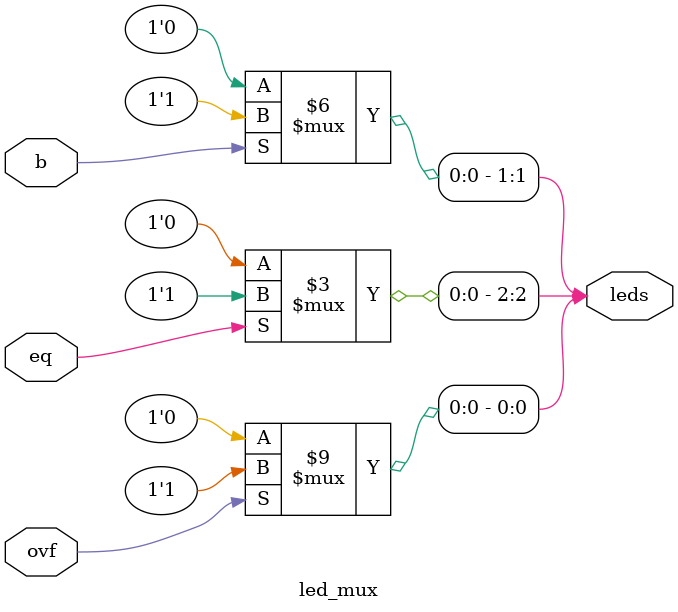
<source format=v>
`timescale 1ns / 1ps


module led_mux(ovf, b, eq, leds);
input ovf, b, eq;
output [2:0] leds;

reg [2:0] leds;

always @(ovf, b, eq)
begin
    if(ovf)
        leds[0] = 1;
    else
        leds[0] = 0;
    
    if(b)
        leds[1] = 1;
    else
        leds[1] = 0;
        
    if(eq)
        leds[2] = 1;
    else
        leds[2] = 0;
end
endmodule

</source>
